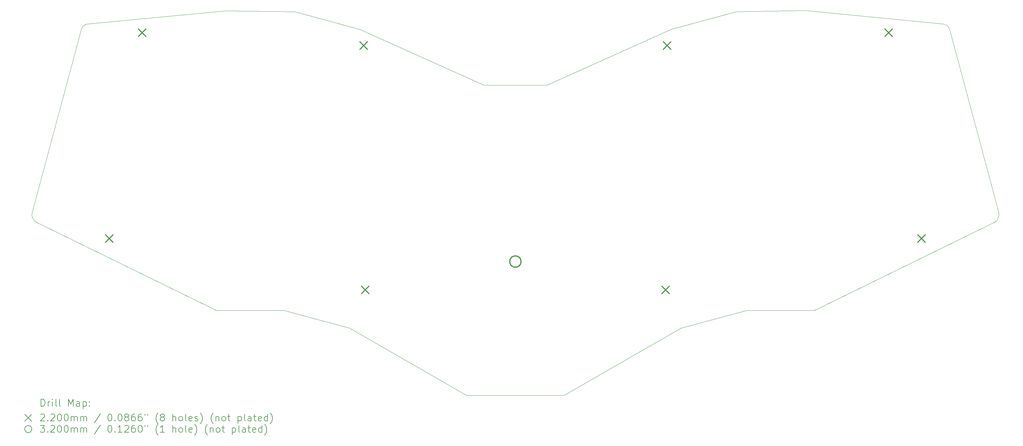
<source format=gbr>
%TF.GenerationSoftware,KiCad,Pcbnew,8.0.4*%
%TF.CreationDate,2024-08-16T14:16:27+09:00*%
%TF.ProjectId,TrueStrike42-bottom-plate,54727565-5374-4726-996b-6534322d626f,rev?*%
%TF.SameCoordinates,Original*%
%TF.FileFunction,Drillmap*%
%TF.FilePolarity,Positive*%
%FSLAX45Y45*%
G04 Gerber Fmt 4.5, Leading zero omitted, Abs format (unit mm)*
G04 Created by KiCad (PCBNEW 8.0.4) date 2024-08-16 14:16:27*
%MOMM*%
%LPD*%
G01*
G04 APERTURE LIST*
%ADD10C,0.050000*%
%ADD11C,0.200000*%
%ADD12C,0.220000*%
%ADD13C,0.320000*%
G04 APERTURE END LIST*
D10*
X6661981Y-4845253D02*
X2752991Y-5220253D01*
X13476982Y-15740253D02*
X16251981Y-15740252D01*
X16251981Y-15740252D02*
X19561980Y-13835252D01*
X26986980Y-5220253D02*
G75*
G02*
X27170583Y-5395484I-24990J-209987D01*
G01*
X2569387Y-5395484D02*
X1181819Y-10567614D01*
X6401981Y-13335253D02*
X8316980Y-13335252D01*
X19276980Y-5370253D02*
X15761979Y-6953000D01*
X21116981Y-4875252D02*
X19276980Y-5370253D01*
X13981982Y-6953000D02*
X10461980Y-5370253D01*
X10461980Y-5370253D02*
X8621980Y-4875253D01*
X1291980Y-10835252D02*
X6401981Y-13335253D01*
X8621980Y-4875253D02*
X6661981Y-4845253D01*
X1291980Y-10835252D02*
G75*
G02*
X1181820Y-10567614I130006J210001D01*
G01*
X23331981Y-13340252D02*
X28446982Y-10835253D01*
X28557142Y-10567613D02*
X27170585Y-5395484D01*
X26986980Y-5220253D02*
X23081981Y-4840253D01*
X2569387Y-5395484D02*
G75*
G02*
X2752991Y-5220253I208600J-34764D01*
G01*
X15761979Y-6953000D02*
X13981982Y-6953000D01*
X19561980Y-13835252D02*
X21421981Y-13340253D01*
X23081981Y-4840253D02*
X21116981Y-4875252D01*
X21421981Y-13340253D02*
X23331981Y-13340252D01*
X10171981Y-13835254D02*
X13476982Y-15740253D01*
X28557142Y-10567613D02*
G75*
G02*
X28446980Y-10835250I-240162J-57637D01*
G01*
X8316980Y-13335252D02*
X10171981Y-13835254D01*
D11*
D12*
X3255106Y-11185251D02*
X3475106Y-11405251D01*
X3475106Y-11185251D02*
X3255106Y-11405251D01*
X4185106Y-5355252D02*
X4405106Y-5575252D01*
X4405106Y-5355252D02*
X4185106Y-5575252D01*
X10455106Y-5715251D02*
X10675106Y-5935251D01*
X10675106Y-5715251D02*
X10455106Y-5935251D01*
X10504106Y-12643251D02*
X10724106Y-12863251D01*
X10724106Y-12643251D02*
X10504106Y-12863251D01*
X19006106Y-12643251D02*
X19226106Y-12863251D01*
X19226106Y-12643251D02*
X19006106Y-12863251D01*
X19055106Y-5715251D02*
X19275106Y-5935251D01*
X19275106Y-5715251D02*
X19055106Y-5935251D01*
X25325106Y-5355251D02*
X25545106Y-5575251D01*
X25545106Y-5355251D02*
X25325106Y-5575251D01*
X26255106Y-11185252D02*
X26475106Y-11405252D01*
X26475106Y-11185252D02*
X26255106Y-11405252D01*
D13*
X15029000Y-11954000D02*
G75*
G02*
X14709000Y-11954000I-160000J0D01*
G01*
X14709000Y-11954000D02*
G75*
G02*
X15029000Y-11954000I160000J0D01*
G01*
D11*
X1433277Y-16054237D02*
X1433277Y-15854237D01*
X1433277Y-15854237D02*
X1480896Y-15854237D01*
X1480896Y-15854237D02*
X1509467Y-15863760D01*
X1509467Y-15863760D02*
X1528515Y-15882808D01*
X1528515Y-15882808D02*
X1538039Y-15901856D01*
X1538039Y-15901856D02*
X1547563Y-15939951D01*
X1547563Y-15939951D02*
X1547563Y-15968522D01*
X1547563Y-15968522D02*
X1538039Y-16006618D01*
X1538039Y-16006618D02*
X1528515Y-16025665D01*
X1528515Y-16025665D02*
X1509467Y-16044713D01*
X1509467Y-16044713D02*
X1480896Y-16054237D01*
X1480896Y-16054237D02*
X1433277Y-16054237D01*
X1633277Y-16054237D02*
X1633277Y-15920903D01*
X1633277Y-15958999D02*
X1642801Y-15939951D01*
X1642801Y-15939951D02*
X1652324Y-15930427D01*
X1652324Y-15930427D02*
X1671372Y-15920903D01*
X1671372Y-15920903D02*
X1690420Y-15920903D01*
X1757086Y-16054237D02*
X1757086Y-15920903D01*
X1757086Y-15854237D02*
X1747563Y-15863760D01*
X1747563Y-15863760D02*
X1757086Y-15873284D01*
X1757086Y-15873284D02*
X1766610Y-15863760D01*
X1766610Y-15863760D02*
X1757086Y-15854237D01*
X1757086Y-15854237D02*
X1757086Y-15873284D01*
X1880896Y-16054237D02*
X1861848Y-16044713D01*
X1861848Y-16044713D02*
X1852324Y-16025665D01*
X1852324Y-16025665D02*
X1852324Y-15854237D01*
X1985658Y-16054237D02*
X1966610Y-16044713D01*
X1966610Y-16044713D02*
X1957086Y-16025665D01*
X1957086Y-16025665D02*
X1957086Y-15854237D01*
X2214229Y-16054237D02*
X2214229Y-15854237D01*
X2214229Y-15854237D02*
X2280896Y-15997094D01*
X2280896Y-15997094D02*
X2347563Y-15854237D01*
X2347563Y-15854237D02*
X2347563Y-16054237D01*
X2528515Y-16054237D02*
X2528515Y-15949475D01*
X2528515Y-15949475D02*
X2518991Y-15930427D01*
X2518991Y-15930427D02*
X2499944Y-15920903D01*
X2499944Y-15920903D02*
X2461848Y-15920903D01*
X2461848Y-15920903D02*
X2442801Y-15930427D01*
X2528515Y-16044713D02*
X2509467Y-16054237D01*
X2509467Y-16054237D02*
X2461848Y-16054237D01*
X2461848Y-16054237D02*
X2442801Y-16044713D01*
X2442801Y-16044713D02*
X2433277Y-16025665D01*
X2433277Y-16025665D02*
X2433277Y-16006618D01*
X2433277Y-16006618D02*
X2442801Y-15987570D01*
X2442801Y-15987570D02*
X2461848Y-15978046D01*
X2461848Y-15978046D02*
X2509467Y-15978046D01*
X2509467Y-15978046D02*
X2528515Y-15968522D01*
X2623753Y-15920903D02*
X2623753Y-16120903D01*
X2623753Y-15930427D02*
X2642801Y-15920903D01*
X2642801Y-15920903D02*
X2680896Y-15920903D01*
X2680896Y-15920903D02*
X2699944Y-15930427D01*
X2699944Y-15930427D02*
X2709467Y-15939951D01*
X2709467Y-15939951D02*
X2718991Y-15958999D01*
X2718991Y-15958999D02*
X2718991Y-16016141D01*
X2718991Y-16016141D02*
X2709467Y-16035189D01*
X2709467Y-16035189D02*
X2699944Y-16044713D01*
X2699944Y-16044713D02*
X2680896Y-16054237D01*
X2680896Y-16054237D02*
X2642801Y-16054237D01*
X2642801Y-16054237D02*
X2623753Y-16044713D01*
X2804705Y-16035189D02*
X2814229Y-16044713D01*
X2814229Y-16044713D02*
X2804705Y-16054237D01*
X2804705Y-16054237D02*
X2795182Y-16044713D01*
X2795182Y-16044713D02*
X2804705Y-16035189D01*
X2804705Y-16035189D02*
X2804705Y-16054237D01*
X2804705Y-15930427D02*
X2814229Y-15939951D01*
X2814229Y-15939951D02*
X2804705Y-15949475D01*
X2804705Y-15949475D02*
X2795182Y-15939951D01*
X2795182Y-15939951D02*
X2804705Y-15930427D01*
X2804705Y-15930427D02*
X2804705Y-15949475D01*
X972500Y-16282753D02*
X1172500Y-16482753D01*
X1172500Y-16282753D02*
X972500Y-16482753D01*
X1423753Y-16293284D02*
X1433277Y-16283760D01*
X1433277Y-16283760D02*
X1452324Y-16274237D01*
X1452324Y-16274237D02*
X1499944Y-16274237D01*
X1499944Y-16274237D02*
X1518991Y-16283760D01*
X1518991Y-16283760D02*
X1528515Y-16293284D01*
X1528515Y-16293284D02*
X1538039Y-16312332D01*
X1538039Y-16312332D02*
X1538039Y-16331379D01*
X1538039Y-16331379D02*
X1528515Y-16359951D01*
X1528515Y-16359951D02*
X1414229Y-16474237D01*
X1414229Y-16474237D02*
X1538039Y-16474237D01*
X1623753Y-16455189D02*
X1633277Y-16464713D01*
X1633277Y-16464713D02*
X1623753Y-16474237D01*
X1623753Y-16474237D02*
X1614229Y-16464713D01*
X1614229Y-16464713D02*
X1623753Y-16455189D01*
X1623753Y-16455189D02*
X1623753Y-16474237D01*
X1709467Y-16293284D02*
X1718991Y-16283760D01*
X1718991Y-16283760D02*
X1738039Y-16274237D01*
X1738039Y-16274237D02*
X1785658Y-16274237D01*
X1785658Y-16274237D02*
X1804705Y-16283760D01*
X1804705Y-16283760D02*
X1814229Y-16293284D01*
X1814229Y-16293284D02*
X1823753Y-16312332D01*
X1823753Y-16312332D02*
X1823753Y-16331379D01*
X1823753Y-16331379D02*
X1814229Y-16359951D01*
X1814229Y-16359951D02*
X1699944Y-16474237D01*
X1699944Y-16474237D02*
X1823753Y-16474237D01*
X1947563Y-16274237D02*
X1966610Y-16274237D01*
X1966610Y-16274237D02*
X1985658Y-16283760D01*
X1985658Y-16283760D02*
X1995182Y-16293284D01*
X1995182Y-16293284D02*
X2004705Y-16312332D01*
X2004705Y-16312332D02*
X2014229Y-16350427D01*
X2014229Y-16350427D02*
X2014229Y-16398046D01*
X2014229Y-16398046D02*
X2004705Y-16436141D01*
X2004705Y-16436141D02*
X1995182Y-16455189D01*
X1995182Y-16455189D02*
X1985658Y-16464713D01*
X1985658Y-16464713D02*
X1966610Y-16474237D01*
X1966610Y-16474237D02*
X1947563Y-16474237D01*
X1947563Y-16474237D02*
X1928515Y-16464713D01*
X1928515Y-16464713D02*
X1918991Y-16455189D01*
X1918991Y-16455189D02*
X1909467Y-16436141D01*
X1909467Y-16436141D02*
X1899944Y-16398046D01*
X1899944Y-16398046D02*
X1899944Y-16350427D01*
X1899944Y-16350427D02*
X1909467Y-16312332D01*
X1909467Y-16312332D02*
X1918991Y-16293284D01*
X1918991Y-16293284D02*
X1928515Y-16283760D01*
X1928515Y-16283760D02*
X1947563Y-16274237D01*
X2138039Y-16274237D02*
X2157087Y-16274237D01*
X2157087Y-16274237D02*
X2176134Y-16283760D01*
X2176134Y-16283760D02*
X2185658Y-16293284D01*
X2185658Y-16293284D02*
X2195182Y-16312332D01*
X2195182Y-16312332D02*
X2204706Y-16350427D01*
X2204706Y-16350427D02*
X2204706Y-16398046D01*
X2204706Y-16398046D02*
X2195182Y-16436141D01*
X2195182Y-16436141D02*
X2185658Y-16455189D01*
X2185658Y-16455189D02*
X2176134Y-16464713D01*
X2176134Y-16464713D02*
X2157087Y-16474237D01*
X2157087Y-16474237D02*
X2138039Y-16474237D01*
X2138039Y-16474237D02*
X2118991Y-16464713D01*
X2118991Y-16464713D02*
X2109467Y-16455189D01*
X2109467Y-16455189D02*
X2099944Y-16436141D01*
X2099944Y-16436141D02*
X2090420Y-16398046D01*
X2090420Y-16398046D02*
X2090420Y-16350427D01*
X2090420Y-16350427D02*
X2099944Y-16312332D01*
X2099944Y-16312332D02*
X2109467Y-16293284D01*
X2109467Y-16293284D02*
X2118991Y-16283760D01*
X2118991Y-16283760D02*
X2138039Y-16274237D01*
X2290420Y-16474237D02*
X2290420Y-16340903D01*
X2290420Y-16359951D02*
X2299944Y-16350427D01*
X2299944Y-16350427D02*
X2318991Y-16340903D01*
X2318991Y-16340903D02*
X2347563Y-16340903D01*
X2347563Y-16340903D02*
X2366610Y-16350427D01*
X2366610Y-16350427D02*
X2376134Y-16369475D01*
X2376134Y-16369475D02*
X2376134Y-16474237D01*
X2376134Y-16369475D02*
X2385658Y-16350427D01*
X2385658Y-16350427D02*
X2404706Y-16340903D01*
X2404706Y-16340903D02*
X2433277Y-16340903D01*
X2433277Y-16340903D02*
X2452325Y-16350427D01*
X2452325Y-16350427D02*
X2461848Y-16369475D01*
X2461848Y-16369475D02*
X2461848Y-16474237D01*
X2557087Y-16474237D02*
X2557087Y-16340903D01*
X2557087Y-16359951D02*
X2566610Y-16350427D01*
X2566610Y-16350427D02*
X2585658Y-16340903D01*
X2585658Y-16340903D02*
X2614229Y-16340903D01*
X2614229Y-16340903D02*
X2633277Y-16350427D01*
X2633277Y-16350427D02*
X2642801Y-16369475D01*
X2642801Y-16369475D02*
X2642801Y-16474237D01*
X2642801Y-16369475D02*
X2652325Y-16350427D01*
X2652325Y-16350427D02*
X2671372Y-16340903D01*
X2671372Y-16340903D02*
X2699944Y-16340903D01*
X2699944Y-16340903D02*
X2718991Y-16350427D01*
X2718991Y-16350427D02*
X2728515Y-16369475D01*
X2728515Y-16369475D02*
X2728515Y-16474237D01*
X3118991Y-16264713D02*
X2947563Y-16521856D01*
X3376134Y-16274237D02*
X3395182Y-16274237D01*
X3395182Y-16274237D02*
X3414229Y-16283760D01*
X3414229Y-16283760D02*
X3423753Y-16293284D01*
X3423753Y-16293284D02*
X3433277Y-16312332D01*
X3433277Y-16312332D02*
X3442801Y-16350427D01*
X3442801Y-16350427D02*
X3442801Y-16398046D01*
X3442801Y-16398046D02*
X3433277Y-16436141D01*
X3433277Y-16436141D02*
X3423753Y-16455189D01*
X3423753Y-16455189D02*
X3414229Y-16464713D01*
X3414229Y-16464713D02*
X3395182Y-16474237D01*
X3395182Y-16474237D02*
X3376134Y-16474237D01*
X3376134Y-16474237D02*
X3357087Y-16464713D01*
X3357087Y-16464713D02*
X3347563Y-16455189D01*
X3347563Y-16455189D02*
X3338039Y-16436141D01*
X3338039Y-16436141D02*
X3328515Y-16398046D01*
X3328515Y-16398046D02*
X3328515Y-16350427D01*
X3328515Y-16350427D02*
X3338039Y-16312332D01*
X3338039Y-16312332D02*
X3347563Y-16293284D01*
X3347563Y-16293284D02*
X3357087Y-16283760D01*
X3357087Y-16283760D02*
X3376134Y-16274237D01*
X3528515Y-16455189D02*
X3538039Y-16464713D01*
X3538039Y-16464713D02*
X3528515Y-16474237D01*
X3528515Y-16474237D02*
X3518991Y-16464713D01*
X3518991Y-16464713D02*
X3528515Y-16455189D01*
X3528515Y-16455189D02*
X3528515Y-16474237D01*
X3661848Y-16274237D02*
X3680896Y-16274237D01*
X3680896Y-16274237D02*
X3699944Y-16283760D01*
X3699944Y-16283760D02*
X3709468Y-16293284D01*
X3709468Y-16293284D02*
X3718991Y-16312332D01*
X3718991Y-16312332D02*
X3728515Y-16350427D01*
X3728515Y-16350427D02*
X3728515Y-16398046D01*
X3728515Y-16398046D02*
X3718991Y-16436141D01*
X3718991Y-16436141D02*
X3709468Y-16455189D01*
X3709468Y-16455189D02*
X3699944Y-16464713D01*
X3699944Y-16464713D02*
X3680896Y-16474237D01*
X3680896Y-16474237D02*
X3661848Y-16474237D01*
X3661848Y-16474237D02*
X3642801Y-16464713D01*
X3642801Y-16464713D02*
X3633277Y-16455189D01*
X3633277Y-16455189D02*
X3623753Y-16436141D01*
X3623753Y-16436141D02*
X3614229Y-16398046D01*
X3614229Y-16398046D02*
X3614229Y-16350427D01*
X3614229Y-16350427D02*
X3623753Y-16312332D01*
X3623753Y-16312332D02*
X3633277Y-16293284D01*
X3633277Y-16293284D02*
X3642801Y-16283760D01*
X3642801Y-16283760D02*
X3661848Y-16274237D01*
X3842801Y-16359951D02*
X3823753Y-16350427D01*
X3823753Y-16350427D02*
X3814229Y-16340903D01*
X3814229Y-16340903D02*
X3804706Y-16321856D01*
X3804706Y-16321856D02*
X3804706Y-16312332D01*
X3804706Y-16312332D02*
X3814229Y-16293284D01*
X3814229Y-16293284D02*
X3823753Y-16283760D01*
X3823753Y-16283760D02*
X3842801Y-16274237D01*
X3842801Y-16274237D02*
X3880896Y-16274237D01*
X3880896Y-16274237D02*
X3899944Y-16283760D01*
X3899944Y-16283760D02*
X3909468Y-16293284D01*
X3909468Y-16293284D02*
X3918991Y-16312332D01*
X3918991Y-16312332D02*
X3918991Y-16321856D01*
X3918991Y-16321856D02*
X3909468Y-16340903D01*
X3909468Y-16340903D02*
X3899944Y-16350427D01*
X3899944Y-16350427D02*
X3880896Y-16359951D01*
X3880896Y-16359951D02*
X3842801Y-16359951D01*
X3842801Y-16359951D02*
X3823753Y-16369475D01*
X3823753Y-16369475D02*
X3814229Y-16378999D01*
X3814229Y-16378999D02*
X3804706Y-16398046D01*
X3804706Y-16398046D02*
X3804706Y-16436141D01*
X3804706Y-16436141D02*
X3814229Y-16455189D01*
X3814229Y-16455189D02*
X3823753Y-16464713D01*
X3823753Y-16464713D02*
X3842801Y-16474237D01*
X3842801Y-16474237D02*
X3880896Y-16474237D01*
X3880896Y-16474237D02*
X3899944Y-16464713D01*
X3899944Y-16464713D02*
X3909468Y-16455189D01*
X3909468Y-16455189D02*
X3918991Y-16436141D01*
X3918991Y-16436141D02*
X3918991Y-16398046D01*
X3918991Y-16398046D02*
X3909468Y-16378999D01*
X3909468Y-16378999D02*
X3899944Y-16369475D01*
X3899944Y-16369475D02*
X3880896Y-16359951D01*
X4090420Y-16274237D02*
X4052325Y-16274237D01*
X4052325Y-16274237D02*
X4033277Y-16283760D01*
X4033277Y-16283760D02*
X4023753Y-16293284D01*
X4023753Y-16293284D02*
X4004706Y-16321856D01*
X4004706Y-16321856D02*
X3995182Y-16359951D01*
X3995182Y-16359951D02*
X3995182Y-16436141D01*
X3995182Y-16436141D02*
X4004706Y-16455189D01*
X4004706Y-16455189D02*
X4014229Y-16464713D01*
X4014229Y-16464713D02*
X4033277Y-16474237D01*
X4033277Y-16474237D02*
X4071372Y-16474237D01*
X4071372Y-16474237D02*
X4090420Y-16464713D01*
X4090420Y-16464713D02*
X4099944Y-16455189D01*
X4099944Y-16455189D02*
X4109468Y-16436141D01*
X4109468Y-16436141D02*
X4109468Y-16388522D01*
X4109468Y-16388522D02*
X4099944Y-16369475D01*
X4099944Y-16369475D02*
X4090420Y-16359951D01*
X4090420Y-16359951D02*
X4071372Y-16350427D01*
X4071372Y-16350427D02*
X4033277Y-16350427D01*
X4033277Y-16350427D02*
X4014229Y-16359951D01*
X4014229Y-16359951D02*
X4004706Y-16369475D01*
X4004706Y-16369475D02*
X3995182Y-16388522D01*
X4280896Y-16274237D02*
X4242801Y-16274237D01*
X4242801Y-16274237D02*
X4223753Y-16283760D01*
X4223753Y-16283760D02*
X4214230Y-16293284D01*
X4214230Y-16293284D02*
X4195182Y-16321856D01*
X4195182Y-16321856D02*
X4185658Y-16359951D01*
X4185658Y-16359951D02*
X4185658Y-16436141D01*
X4185658Y-16436141D02*
X4195182Y-16455189D01*
X4195182Y-16455189D02*
X4204706Y-16464713D01*
X4204706Y-16464713D02*
X4223753Y-16474237D01*
X4223753Y-16474237D02*
X4261849Y-16474237D01*
X4261849Y-16474237D02*
X4280896Y-16464713D01*
X4280896Y-16464713D02*
X4290420Y-16455189D01*
X4290420Y-16455189D02*
X4299944Y-16436141D01*
X4299944Y-16436141D02*
X4299944Y-16388522D01*
X4299944Y-16388522D02*
X4290420Y-16369475D01*
X4290420Y-16369475D02*
X4280896Y-16359951D01*
X4280896Y-16359951D02*
X4261849Y-16350427D01*
X4261849Y-16350427D02*
X4223753Y-16350427D01*
X4223753Y-16350427D02*
X4204706Y-16359951D01*
X4204706Y-16359951D02*
X4195182Y-16369475D01*
X4195182Y-16369475D02*
X4185658Y-16388522D01*
X4376134Y-16274237D02*
X4376134Y-16312332D01*
X4452325Y-16274237D02*
X4452325Y-16312332D01*
X4747563Y-16550427D02*
X4738039Y-16540903D01*
X4738039Y-16540903D02*
X4718992Y-16512332D01*
X4718992Y-16512332D02*
X4709468Y-16493284D01*
X4709468Y-16493284D02*
X4699944Y-16464713D01*
X4699944Y-16464713D02*
X4690420Y-16417094D01*
X4690420Y-16417094D02*
X4690420Y-16378999D01*
X4690420Y-16378999D02*
X4699944Y-16331379D01*
X4699944Y-16331379D02*
X4709468Y-16302808D01*
X4709468Y-16302808D02*
X4718992Y-16283760D01*
X4718992Y-16283760D02*
X4738039Y-16255189D01*
X4738039Y-16255189D02*
X4747563Y-16245665D01*
X4852325Y-16359951D02*
X4833277Y-16350427D01*
X4833277Y-16350427D02*
X4823753Y-16340903D01*
X4823753Y-16340903D02*
X4814230Y-16321856D01*
X4814230Y-16321856D02*
X4814230Y-16312332D01*
X4814230Y-16312332D02*
X4823753Y-16293284D01*
X4823753Y-16293284D02*
X4833277Y-16283760D01*
X4833277Y-16283760D02*
X4852325Y-16274237D01*
X4852325Y-16274237D02*
X4890420Y-16274237D01*
X4890420Y-16274237D02*
X4909468Y-16283760D01*
X4909468Y-16283760D02*
X4918992Y-16293284D01*
X4918992Y-16293284D02*
X4928515Y-16312332D01*
X4928515Y-16312332D02*
X4928515Y-16321856D01*
X4928515Y-16321856D02*
X4918992Y-16340903D01*
X4918992Y-16340903D02*
X4909468Y-16350427D01*
X4909468Y-16350427D02*
X4890420Y-16359951D01*
X4890420Y-16359951D02*
X4852325Y-16359951D01*
X4852325Y-16359951D02*
X4833277Y-16369475D01*
X4833277Y-16369475D02*
X4823753Y-16378999D01*
X4823753Y-16378999D02*
X4814230Y-16398046D01*
X4814230Y-16398046D02*
X4814230Y-16436141D01*
X4814230Y-16436141D02*
X4823753Y-16455189D01*
X4823753Y-16455189D02*
X4833277Y-16464713D01*
X4833277Y-16464713D02*
X4852325Y-16474237D01*
X4852325Y-16474237D02*
X4890420Y-16474237D01*
X4890420Y-16474237D02*
X4909468Y-16464713D01*
X4909468Y-16464713D02*
X4918992Y-16455189D01*
X4918992Y-16455189D02*
X4928515Y-16436141D01*
X4928515Y-16436141D02*
X4928515Y-16398046D01*
X4928515Y-16398046D02*
X4918992Y-16378999D01*
X4918992Y-16378999D02*
X4909468Y-16369475D01*
X4909468Y-16369475D02*
X4890420Y-16359951D01*
X5166611Y-16474237D02*
X5166611Y-16274237D01*
X5252325Y-16474237D02*
X5252325Y-16369475D01*
X5252325Y-16369475D02*
X5242801Y-16350427D01*
X5242801Y-16350427D02*
X5223754Y-16340903D01*
X5223754Y-16340903D02*
X5195182Y-16340903D01*
X5195182Y-16340903D02*
X5176134Y-16350427D01*
X5176134Y-16350427D02*
X5166611Y-16359951D01*
X5376134Y-16474237D02*
X5357087Y-16464713D01*
X5357087Y-16464713D02*
X5347563Y-16455189D01*
X5347563Y-16455189D02*
X5338039Y-16436141D01*
X5338039Y-16436141D02*
X5338039Y-16378999D01*
X5338039Y-16378999D02*
X5347563Y-16359951D01*
X5347563Y-16359951D02*
X5357087Y-16350427D01*
X5357087Y-16350427D02*
X5376134Y-16340903D01*
X5376134Y-16340903D02*
X5404706Y-16340903D01*
X5404706Y-16340903D02*
X5423754Y-16350427D01*
X5423754Y-16350427D02*
X5433277Y-16359951D01*
X5433277Y-16359951D02*
X5442801Y-16378999D01*
X5442801Y-16378999D02*
X5442801Y-16436141D01*
X5442801Y-16436141D02*
X5433277Y-16455189D01*
X5433277Y-16455189D02*
X5423754Y-16464713D01*
X5423754Y-16464713D02*
X5404706Y-16474237D01*
X5404706Y-16474237D02*
X5376134Y-16474237D01*
X5557087Y-16474237D02*
X5538039Y-16464713D01*
X5538039Y-16464713D02*
X5528515Y-16445665D01*
X5528515Y-16445665D02*
X5528515Y-16274237D01*
X5709468Y-16464713D02*
X5690420Y-16474237D01*
X5690420Y-16474237D02*
X5652325Y-16474237D01*
X5652325Y-16474237D02*
X5633277Y-16464713D01*
X5633277Y-16464713D02*
X5623753Y-16445665D01*
X5623753Y-16445665D02*
X5623753Y-16369475D01*
X5623753Y-16369475D02*
X5633277Y-16350427D01*
X5633277Y-16350427D02*
X5652325Y-16340903D01*
X5652325Y-16340903D02*
X5690420Y-16340903D01*
X5690420Y-16340903D02*
X5709468Y-16350427D01*
X5709468Y-16350427D02*
X5718992Y-16369475D01*
X5718992Y-16369475D02*
X5718992Y-16388522D01*
X5718992Y-16388522D02*
X5623753Y-16407570D01*
X5795182Y-16464713D02*
X5814230Y-16474237D01*
X5814230Y-16474237D02*
X5852325Y-16474237D01*
X5852325Y-16474237D02*
X5871373Y-16464713D01*
X5871373Y-16464713D02*
X5880896Y-16445665D01*
X5880896Y-16445665D02*
X5880896Y-16436141D01*
X5880896Y-16436141D02*
X5871373Y-16417094D01*
X5871373Y-16417094D02*
X5852325Y-16407570D01*
X5852325Y-16407570D02*
X5823753Y-16407570D01*
X5823753Y-16407570D02*
X5804706Y-16398046D01*
X5804706Y-16398046D02*
X5795182Y-16378999D01*
X5795182Y-16378999D02*
X5795182Y-16369475D01*
X5795182Y-16369475D02*
X5804706Y-16350427D01*
X5804706Y-16350427D02*
X5823753Y-16340903D01*
X5823753Y-16340903D02*
X5852325Y-16340903D01*
X5852325Y-16340903D02*
X5871373Y-16350427D01*
X5947563Y-16550427D02*
X5957087Y-16540903D01*
X5957087Y-16540903D02*
X5976134Y-16512332D01*
X5976134Y-16512332D02*
X5985658Y-16493284D01*
X5985658Y-16493284D02*
X5995182Y-16464713D01*
X5995182Y-16464713D02*
X6004706Y-16417094D01*
X6004706Y-16417094D02*
X6004706Y-16378999D01*
X6004706Y-16378999D02*
X5995182Y-16331379D01*
X5995182Y-16331379D02*
X5985658Y-16302808D01*
X5985658Y-16302808D02*
X5976134Y-16283760D01*
X5976134Y-16283760D02*
X5957087Y-16255189D01*
X5957087Y-16255189D02*
X5947563Y-16245665D01*
X6309468Y-16550427D02*
X6299944Y-16540903D01*
X6299944Y-16540903D02*
X6280896Y-16512332D01*
X6280896Y-16512332D02*
X6271373Y-16493284D01*
X6271373Y-16493284D02*
X6261849Y-16464713D01*
X6261849Y-16464713D02*
X6252325Y-16417094D01*
X6252325Y-16417094D02*
X6252325Y-16378999D01*
X6252325Y-16378999D02*
X6261849Y-16331379D01*
X6261849Y-16331379D02*
X6271373Y-16302808D01*
X6271373Y-16302808D02*
X6280896Y-16283760D01*
X6280896Y-16283760D02*
X6299944Y-16255189D01*
X6299944Y-16255189D02*
X6309468Y-16245665D01*
X6385658Y-16340903D02*
X6385658Y-16474237D01*
X6385658Y-16359951D02*
X6395182Y-16350427D01*
X6395182Y-16350427D02*
X6414230Y-16340903D01*
X6414230Y-16340903D02*
X6442801Y-16340903D01*
X6442801Y-16340903D02*
X6461849Y-16350427D01*
X6461849Y-16350427D02*
X6471373Y-16369475D01*
X6471373Y-16369475D02*
X6471373Y-16474237D01*
X6595182Y-16474237D02*
X6576134Y-16464713D01*
X6576134Y-16464713D02*
X6566611Y-16455189D01*
X6566611Y-16455189D02*
X6557087Y-16436141D01*
X6557087Y-16436141D02*
X6557087Y-16378999D01*
X6557087Y-16378999D02*
X6566611Y-16359951D01*
X6566611Y-16359951D02*
X6576134Y-16350427D01*
X6576134Y-16350427D02*
X6595182Y-16340903D01*
X6595182Y-16340903D02*
X6623754Y-16340903D01*
X6623754Y-16340903D02*
X6642801Y-16350427D01*
X6642801Y-16350427D02*
X6652325Y-16359951D01*
X6652325Y-16359951D02*
X6661849Y-16378999D01*
X6661849Y-16378999D02*
X6661849Y-16436141D01*
X6661849Y-16436141D02*
X6652325Y-16455189D01*
X6652325Y-16455189D02*
X6642801Y-16464713D01*
X6642801Y-16464713D02*
X6623754Y-16474237D01*
X6623754Y-16474237D02*
X6595182Y-16474237D01*
X6718992Y-16340903D02*
X6795182Y-16340903D01*
X6747563Y-16274237D02*
X6747563Y-16445665D01*
X6747563Y-16445665D02*
X6757087Y-16464713D01*
X6757087Y-16464713D02*
X6776134Y-16474237D01*
X6776134Y-16474237D02*
X6795182Y-16474237D01*
X7014230Y-16340903D02*
X7014230Y-16540903D01*
X7014230Y-16350427D02*
X7033277Y-16340903D01*
X7033277Y-16340903D02*
X7071373Y-16340903D01*
X7071373Y-16340903D02*
X7090420Y-16350427D01*
X7090420Y-16350427D02*
X7099944Y-16359951D01*
X7099944Y-16359951D02*
X7109468Y-16378999D01*
X7109468Y-16378999D02*
X7109468Y-16436141D01*
X7109468Y-16436141D02*
X7099944Y-16455189D01*
X7099944Y-16455189D02*
X7090420Y-16464713D01*
X7090420Y-16464713D02*
X7071373Y-16474237D01*
X7071373Y-16474237D02*
X7033277Y-16474237D01*
X7033277Y-16474237D02*
X7014230Y-16464713D01*
X7223754Y-16474237D02*
X7204706Y-16464713D01*
X7204706Y-16464713D02*
X7195182Y-16445665D01*
X7195182Y-16445665D02*
X7195182Y-16274237D01*
X7385658Y-16474237D02*
X7385658Y-16369475D01*
X7385658Y-16369475D02*
X7376135Y-16350427D01*
X7376135Y-16350427D02*
X7357087Y-16340903D01*
X7357087Y-16340903D02*
X7318992Y-16340903D01*
X7318992Y-16340903D02*
X7299944Y-16350427D01*
X7385658Y-16464713D02*
X7366611Y-16474237D01*
X7366611Y-16474237D02*
X7318992Y-16474237D01*
X7318992Y-16474237D02*
X7299944Y-16464713D01*
X7299944Y-16464713D02*
X7290420Y-16445665D01*
X7290420Y-16445665D02*
X7290420Y-16426618D01*
X7290420Y-16426618D02*
X7299944Y-16407570D01*
X7299944Y-16407570D02*
X7318992Y-16398046D01*
X7318992Y-16398046D02*
X7366611Y-16398046D01*
X7366611Y-16398046D02*
X7385658Y-16388522D01*
X7452325Y-16340903D02*
X7528515Y-16340903D01*
X7480896Y-16274237D02*
X7480896Y-16445665D01*
X7480896Y-16445665D02*
X7490420Y-16464713D01*
X7490420Y-16464713D02*
X7509468Y-16474237D01*
X7509468Y-16474237D02*
X7528515Y-16474237D01*
X7671373Y-16464713D02*
X7652325Y-16474237D01*
X7652325Y-16474237D02*
X7614230Y-16474237D01*
X7614230Y-16474237D02*
X7595182Y-16464713D01*
X7595182Y-16464713D02*
X7585658Y-16445665D01*
X7585658Y-16445665D02*
X7585658Y-16369475D01*
X7585658Y-16369475D02*
X7595182Y-16350427D01*
X7595182Y-16350427D02*
X7614230Y-16340903D01*
X7614230Y-16340903D02*
X7652325Y-16340903D01*
X7652325Y-16340903D02*
X7671373Y-16350427D01*
X7671373Y-16350427D02*
X7680896Y-16369475D01*
X7680896Y-16369475D02*
X7680896Y-16388522D01*
X7680896Y-16388522D02*
X7585658Y-16407570D01*
X7852325Y-16474237D02*
X7852325Y-16274237D01*
X7852325Y-16464713D02*
X7833277Y-16474237D01*
X7833277Y-16474237D02*
X7795182Y-16474237D01*
X7795182Y-16474237D02*
X7776135Y-16464713D01*
X7776135Y-16464713D02*
X7766611Y-16455189D01*
X7766611Y-16455189D02*
X7757087Y-16436141D01*
X7757087Y-16436141D02*
X7757087Y-16378999D01*
X7757087Y-16378999D02*
X7766611Y-16359951D01*
X7766611Y-16359951D02*
X7776135Y-16350427D01*
X7776135Y-16350427D02*
X7795182Y-16340903D01*
X7795182Y-16340903D02*
X7833277Y-16340903D01*
X7833277Y-16340903D02*
X7852325Y-16350427D01*
X7928516Y-16550427D02*
X7938039Y-16540903D01*
X7938039Y-16540903D02*
X7957087Y-16512332D01*
X7957087Y-16512332D02*
X7966611Y-16493284D01*
X7966611Y-16493284D02*
X7976135Y-16464713D01*
X7976135Y-16464713D02*
X7985658Y-16417094D01*
X7985658Y-16417094D02*
X7985658Y-16378999D01*
X7985658Y-16378999D02*
X7976135Y-16331379D01*
X7976135Y-16331379D02*
X7966611Y-16302808D01*
X7966611Y-16302808D02*
X7957087Y-16283760D01*
X7957087Y-16283760D02*
X7938039Y-16255189D01*
X7938039Y-16255189D02*
X7928516Y-16245665D01*
X1172500Y-16702753D02*
G75*
G02*
X972500Y-16702753I-100000J0D01*
G01*
X972500Y-16702753D02*
G75*
G02*
X1172500Y-16702753I100000J0D01*
G01*
X1414229Y-16594237D02*
X1538039Y-16594237D01*
X1538039Y-16594237D02*
X1471372Y-16670427D01*
X1471372Y-16670427D02*
X1499944Y-16670427D01*
X1499944Y-16670427D02*
X1518991Y-16679951D01*
X1518991Y-16679951D02*
X1528515Y-16689475D01*
X1528515Y-16689475D02*
X1538039Y-16708522D01*
X1538039Y-16708522D02*
X1538039Y-16756141D01*
X1538039Y-16756141D02*
X1528515Y-16775189D01*
X1528515Y-16775189D02*
X1518991Y-16784713D01*
X1518991Y-16784713D02*
X1499944Y-16794237D01*
X1499944Y-16794237D02*
X1442801Y-16794237D01*
X1442801Y-16794237D02*
X1423753Y-16784713D01*
X1423753Y-16784713D02*
X1414229Y-16775189D01*
X1623753Y-16775189D02*
X1633277Y-16784713D01*
X1633277Y-16784713D02*
X1623753Y-16794237D01*
X1623753Y-16794237D02*
X1614229Y-16784713D01*
X1614229Y-16784713D02*
X1623753Y-16775189D01*
X1623753Y-16775189D02*
X1623753Y-16794237D01*
X1709467Y-16613284D02*
X1718991Y-16603760D01*
X1718991Y-16603760D02*
X1738039Y-16594237D01*
X1738039Y-16594237D02*
X1785658Y-16594237D01*
X1785658Y-16594237D02*
X1804705Y-16603760D01*
X1804705Y-16603760D02*
X1814229Y-16613284D01*
X1814229Y-16613284D02*
X1823753Y-16632332D01*
X1823753Y-16632332D02*
X1823753Y-16651379D01*
X1823753Y-16651379D02*
X1814229Y-16679951D01*
X1814229Y-16679951D02*
X1699944Y-16794237D01*
X1699944Y-16794237D02*
X1823753Y-16794237D01*
X1947563Y-16594237D02*
X1966610Y-16594237D01*
X1966610Y-16594237D02*
X1985658Y-16603760D01*
X1985658Y-16603760D02*
X1995182Y-16613284D01*
X1995182Y-16613284D02*
X2004705Y-16632332D01*
X2004705Y-16632332D02*
X2014229Y-16670427D01*
X2014229Y-16670427D02*
X2014229Y-16718046D01*
X2014229Y-16718046D02*
X2004705Y-16756141D01*
X2004705Y-16756141D02*
X1995182Y-16775189D01*
X1995182Y-16775189D02*
X1985658Y-16784713D01*
X1985658Y-16784713D02*
X1966610Y-16794237D01*
X1966610Y-16794237D02*
X1947563Y-16794237D01*
X1947563Y-16794237D02*
X1928515Y-16784713D01*
X1928515Y-16784713D02*
X1918991Y-16775189D01*
X1918991Y-16775189D02*
X1909467Y-16756141D01*
X1909467Y-16756141D02*
X1899944Y-16718046D01*
X1899944Y-16718046D02*
X1899944Y-16670427D01*
X1899944Y-16670427D02*
X1909467Y-16632332D01*
X1909467Y-16632332D02*
X1918991Y-16613284D01*
X1918991Y-16613284D02*
X1928515Y-16603760D01*
X1928515Y-16603760D02*
X1947563Y-16594237D01*
X2138039Y-16594237D02*
X2157087Y-16594237D01*
X2157087Y-16594237D02*
X2176134Y-16603760D01*
X2176134Y-16603760D02*
X2185658Y-16613284D01*
X2185658Y-16613284D02*
X2195182Y-16632332D01*
X2195182Y-16632332D02*
X2204706Y-16670427D01*
X2204706Y-16670427D02*
X2204706Y-16718046D01*
X2204706Y-16718046D02*
X2195182Y-16756141D01*
X2195182Y-16756141D02*
X2185658Y-16775189D01*
X2185658Y-16775189D02*
X2176134Y-16784713D01*
X2176134Y-16784713D02*
X2157087Y-16794237D01*
X2157087Y-16794237D02*
X2138039Y-16794237D01*
X2138039Y-16794237D02*
X2118991Y-16784713D01*
X2118991Y-16784713D02*
X2109467Y-16775189D01*
X2109467Y-16775189D02*
X2099944Y-16756141D01*
X2099944Y-16756141D02*
X2090420Y-16718046D01*
X2090420Y-16718046D02*
X2090420Y-16670427D01*
X2090420Y-16670427D02*
X2099944Y-16632332D01*
X2099944Y-16632332D02*
X2109467Y-16613284D01*
X2109467Y-16613284D02*
X2118991Y-16603760D01*
X2118991Y-16603760D02*
X2138039Y-16594237D01*
X2290420Y-16794237D02*
X2290420Y-16660903D01*
X2290420Y-16679951D02*
X2299944Y-16670427D01*
X2299944Y-16670427D02*
X2318991Y-16660903D01*
X2318991Y-16660903D02*
X2347563Y-16660903D01*
X2347563Y-16660903D02*
X2366610Y-16670427D01*
X2366610Y-16670427D02*
X2376134Y-16689475D01*
X2376134Y-16689475D02*
X2376134Y-16794237D01*
X2376134Y-16689475D02*
X2385658Y-16670427D01*
X2385658Y-16670427D02*
X2404706Y-16660903D01*
X2404706Y-16660903D02*
X2433277Y-16660903D01*
X2433277Y-16660903D02*
X2452325Y-16670427D01*
X2452325Y-16670427D02*
X2461848Y-16689475D01*
X2461848Y-16689475D02*
X2461848Y-16794237D01*
X2557087Y-16794237D02*
X2557087Y-16660903D01*
X2557087Y-16679951D02*
X2566610Y-16670427D01*
X2566610Y-16670427D02*
X2585658Y-16660903D01*
X2585658Y-16660903D02*
X2614229Y-16660903D01*
X2614229Y-16660903D02*
X2633277Y-16670427D01*
X2633277Y-16670427D02*
X2642801Y-16689475D01*
X2642801Y-16689475D02*
X2642801Y-16794237D01*
X2642801Y-16689475D02*
X2652325Y-16670427D01*
X2652325Y-16670427D02*
X2671372Y-16660903D01*
X2671372Y-16660903D02*
X2699944Y-16660903D01*
X2699944Y-16660903D02*
X2718991Y-16670427D01*
X2718991Y-16670427D02*
X2728515Y-16689475D01*
X2728515Y-16689475D02*
X2728515Y-16794237D01*
X3118991Y-16584713D02*
X2947563Y-16841856D01*
X3376134Y-16594237D02*
X3395182Y-16594237D01*
X3395182Y-16594237D02*
X3414229Y-16603760D01*
X3414229Y-16603760D02*
X3423753Y-16613284D01*
X3423753Y-16613284D02*
X3433277Y-16632332D01*
X3433277Y-16632332D02*
X3442801Y-16670427D01*
X3442801Y-16670427D02*
X3442801Y-16718046D01*
X3442801Y-16718046D02*
X3433277Y-16756141D01*
X3433277Y-16756141D02*
X3423753Y-16775189D01*
X3423753Y-16775189D02*
X3414229Y-16784713D01*
X3414229Y-16784713D02*
X3395182Y-16794237D01*
X3395182Y-16794237D02*
X3376134Y-16794237D01*
X3376134Y-16794237D02*
X3357087Y-16784713D01*
X3357087Y-16784713D02*
X3347563Y-16775189D01*
X3347563Y-16775189D02*
X3338039Y-16756141D01*
X3338039Y-16756141D02*
X3328515Y-16718046D01*
X3328515Y-16718046D02*
X3328515Y-16670427D01*
X3328515Y-16670427D02*
X3338039Y-16632332D01*
X3338039Y-16632332D02*
X3347563Y-16613284D01*
X3347563Y-16613284D02*
X3357087Y-16603760D01*
X3357087Y-16603760D02*
X3376134Y-16594237D01*
X3528515Y-16775189D02*
X3538039Y-16784713D01*
X3538039Y-16784713D02*
X3528515Y-16794237D01*
X3528515Y-16794237D02*
X3518991Y-16784713D01*
X3518991Y-16784713D02*
X3528515Y-16775189D01*
X3528515Y-16775189D02*
X3528515Y-16794237D01*
X3728515Y-16794237D02*
X3614229Y-16794237D01*
X3671372Y-16794237D02*
X3671372Y-16594237D01*
X3671372Y-16594237D02*
X3652325Y-16622808D01*
X3652325Y-16622808D02*
X3633277Y-16641856D01*
X3633277Y-16641856D02*
X3614229Y-16651379D01*
X3804706Y-16613284D02*
X3814229Y-16603760D01*
X3814229Y-16603760D02*
X3833277Y-16594237D01*
X3833277Y-16594237D02*
X3880896Y-16594237D01*
X3880896Y-16594237D02*
X3899944Y-16603760D01*
X3899944Y-16603760D02*
X3909468Y-16613284D01*
X3909468Y-16613284D02*
X3918991Y-16632332D01*
X3918991Y-16632332D02*
X3918991Y-16651379D01*
X3918991Y-16651379D02*
X3909468Y-16679951D01*
X3909468Y-16679951D02*
X3795182Y-16794237D01*
X3795182Y-16794237D02*
X3918991Y-16794237D01*
X4090420Y-16594237D02*
X4052325Y-16594237D01*
X4052325Y-16594237D02*
X4033277Y-16603760D01*
X4033277Y-16603760D02*
X4023753Y-16613284D01*
X4023753Y-16613284D02*
X4004706Y-16641856D01*
X4004706Y-16641856D02*
X3995182Y-16679951D01*
X3995182Y-16679951D02*
X3995182Y-16756141D01*
X3995182Y-16756141D02*
X4004706Y-16775189D01*
X4004706Y-16775189D02*
X4014229Y-16784713D01*
X4014229Y-16784713D02*
X4033277Y-16794237D01*
X4033277Y-16794237D02*
X4071372Y-16794237D01*
X4071372Y-16794237D02*
X4090420Y-16784713D01*
X4090420Y-16784713D02*
X4099944Y-16775189D01*
X4099944Y-16775189D02*
X4109468Y-16756141D01*
X4109468Y-16756141D02*
X4109468Y-16708522D01*
X4109468Y-16708522D02*
X4099944Y-16689475D01*
X4099944Y-16689475D02*
X4090420Y-16679951D01*
X4090420Y-16679951D02*
X4071372Y-16670427D01*
X4071372Y-16670427D02*
X4033277Y-16670427D01*
X4033277Y-16670427D02*
X4014229Y-16679951D01*
X4014229Y-16679951D02*
X4004706Y-16689475D01*
X4004706Y-16689475D02*
X3995182Y-16708522D01*
X4233277Y-16594237D02*
X4252325Y-16594237D01*
X4252325Y-16594237D02*
X4271372Y-16603760D01*
X4271372Y-16603760D02*
X4280896Y-16613284D01*
X4280896Y-16613284D02*
X4290420Y-16632332D01*
X4290420Y-16632332D02*
X4299944Y-16670427D01*
X4299944Y-16670427D02*
X4299944Y-16718046D01*
X4299944Y-16718046D02*
X4290420Y-16756141D01*
X4290420Y-16756141D02*
X4280896Y-16775189D01*
X4280896Y-16775189D02*
X4271372Y-16784713D01*
X4271372Y-16784713D02*
X4252325Y-16794237D01*
X4252325Y-16794237D02*
X4233277Y-16794237D01*
X4233277Y-16794237D02*
X4214230Y-16784713D01*
X4214230Y-16784713D02*
X4204706Y-16775189D01*
X4204706Y-16775189D02*
X4195182Y-16756141D01*
X4195182Y-16756141D02*
X4185658Y-16718046D01*
X4185658Y-16718046D02*
X4185658Y-16670427D01*
X4185658Y-16670427D02*
X4195182Y-16632332D01*
X4195182Y-16632332D02*
X4204706Y-16613284D01*
X4204706Y-16613284D02*
X4214230Y-16603760D01*
X4214230Y-16603760D02*
X4233277Y-16594237D01*
X4376134Y-16594237D02*
X4376134Y-16632332D01*
X4452325Y-16594237D02*
X4452325Y-16632332D01*
X4747563Y-16870427D02*
X4738039Y-16860903D01*
X4738039Y-16860903D02*
X4718992Y-16832332D01*
X4718992Y-16832332D02*
X4709468Y-16813284D01*
X4709468Y-16813284D02*
X4699944Y-16784713D01*
X4699944Y-16784713D02*
X4690420Y-16737094D01*
X4690420Y-16737094D02*
X4690420Y-16698999D01*
X4690420Y-16698999D02*
X4699944Y-16651379D01*
X4699944Y-16651379D02*
X4709468Y-16622808D01*
X4709468Y-16622808D02*
X4718992Y-16603760D01*
X4718992Y-16603760D02*
X4738039Y-16575189D01*
X4738039Y-16575189D02*
X4747563Y-16565665D01*
X4928515Y-16794237D02*
X4814230Y-16794237D01*
X4871372Y-16794237D02*
X4871372Y-16594237D01*
X4871372Y-16594237D02*
X4852325Y-16622808D01*
X4852325Y-16622808D02*
X4833277Y-16641856D01*
X4833277Y-16641856D02*
X4814230Y-16651379D01*
X5166611Y-16794237D02*
X5166611Y-16594237D01*
X5252325Y-16794237D02*
X5252325Y-16689475D01*
X5252325Y-16689475D02*
X5242801Y-16670427D01*
X5242801Y-16670427D02*
X5223754Y-16660903D01*
X5223754Y-16660903D02*
X5195182Y-16660903D01*
X5195182Y-16660903D02*
X5176134Y-16670427D01*
X5176134Y-16670427D02*
X5166611Y-16679951D01*
X5376134Y-16794237D02*
X5357087Y-16784713D01*
X5357087Y-16784713D02*
X5347563Y-16775189D01*
X5347563Y-16775189D02*
X5338039Y-16756141D01*
X5338039Y-16756141D02*
X5338039Y-16698999D01*
X5338039Y-16698999D02*
X5347563Y-16679951D01*
X5347563Y-16679951D02*
X5357087Y-16670427D01*
X5357087Y-16670427D02*
X5376134Y-16660903D01*
X5376134Y-16660903D02*
X5404706Y-16660903D01*
X5404706Y-16660903D02*
X5423754Y-16670427D01*
X5423754Y-16670427D02*
X5433277Y-16679951D01*
X5433277Y-16679951D02*
X5442801Y-16698999D01*
X5442801Y-16698999D02*
X5442801Y-16756141D01*
X5442801Y-16756141D02*
X5433277Y-16775189D01*
X5433277Y-16775189D02*
X5423754Y-16784713D01*
X5423754Y-16784713D02*
X5404706Y-16794237D01*
X5404706Y-16794237D02*
X5376134Y-16794237D01*
X5557087Y-16794237D02*
X5538039Y-16784713D01*
X5538039Y-16784713D02*
X5528515Y-16765665D01*
X5528515Y-16765665D02*
X5528515Y-16594237D01*
X5709468Y-16784713D02*
X5690420Y-16794237D01*
X5690420Y-16794237D02*
X5652325Y-16794237D01*
X5652325Y-16794237D02*
X5633277Y-16784713D01*
X5633277Y-16784713D02*
X5623753Y-16765665D01*
X5623753Y-16765665D02*
X5623753Y-16689475D01*
X5623753Y-16689475D02*
X5633277Y-16670427D01*
X5633277Y-16670427D02*
X5652325Y-16660903D01*
X5652325Y-16660903D02*
X5690420Y-16660903D01*
X5690420Y-16660903D02*
X5709468Y-16670427D01*
X5709468Y-16670427D02*
X5718992Y-16689475D01*
X5718992Y-16689475D02*
X5718992Y-16708522D01*
X5718992Y-16708522D02*
X5623753Y-16727570D01*
X5785658Y-16870427D02*
X5795182Y-16860903D01*
X5795182Y-16860903D02*
X5814230Y-16832332D01*
X5814230Y-16832332D02*
X5823753Y-16813284D01*
X5823753Y-16813284D02*
X5833277Y-16784713D01*
X5833277Y-16784713D02*
X5842801Y-16737094D01*
X5842801Y-16737094D02*
X5842801Y-16698999D01*
X5842801Y-16698999D02*
X5833277Y-16651379D01*
X5833277Y-16651379D02*
X5823753Y-16622808D01*
X5823753Y-16622808D02*
X5814230Y-16603760D01*
X5814230Y-16603760D02*
X5795182Y-16575189D01*
X5795182Y-16575189D02*
X5785658Y-16565665D01*
X6147563Y-16870427D02*
X6138039Y-16860903D01*
X6138039Y-16860903D02*
X6118992Y-16832332D01*
X6118992Y-16832332D02*
X6109468Y-16813284D01*
X6109468Y-16813284D02*
X6099944Y-16784713D01*
X6099944Y-16784713D02*
X6090420Y-16737094D01*
X6090420Y-16737094D02*
X6090420Y-16698999D01*
X6090420Y-16698999D02*
X6099944Y-16651379D01*
X6099944Y-16651379D02*
X6109468Y-16622808D01*
X6109468Y-16622808D02*
X6118992Y-16603760D01*
X6118992Y-16603760D02*
X6138039Y-16575189D01*
X6138039Y-16575189D02*
X6147563Y-16565665D01*
X6223753Y-16660903D02*
X6223753Y-16794237D01*
X6223753Y-16679951D02*
X6233277Y-16670427D01*
X6233277Y-16670427D02*
X6252325Y-16660903D01*
X6252325Y-16660903D02*
X6280896Y-16660903D01*
X6280896Y-16660903D02*
X6299944Y-16670427D01*
X6299944Y-16670427D02*
X6309468Y-16689475D01*
X6309468Y-16689475D02*
X6309468Y-16794237D01*
X6433277Y-16794237D02*
X6414230Y-16784713D01*
X6414230Y-16784713D02*
X6404706Y-16775189D01*
X6404706Y-16775189D02*
X6395182Y-16756141D01*
X6395182Y-16756141D02*
X6395182Y-16698999D01*
X6395182Y-16698999D02*
X6404706Y-16679951D01*
X6404706Y-16679951D02*
X6414230Y-16670427D01*
X6414230Y-16670427D02*
X6433277Y-16660903D01*
X6433277Y-16660903D02*
X6461849Y-16660903D01*
X6461849Y-16660903D02*
X6480896Y-16670427D01*
X6480896Y-16670427D02*
X6490420Y-16679951D01*
X6490420Y-16679951D02*
X6499944Y-16698999D01*
X6499944Y-16698999D02*
X6499944Y-16756141D01*
X6499944Y-16756141D02*
X6490420Y-16775189D01*
X6490420Y-16775189D02*
X6480896Y-16784713D01*
X6480896Y-16784713D02*
X6461849Y-16794237D01*
X6461849Y-16794237D02*
X6433277Y-16794237D01*
X6557087Y-16660903D02*
X6633277Y-16660903D01*
X6585658Y-16594237D02*
X6585658Y-16765665D01*
X6585658Y-16765665D02*
X6595182Y-16784713D01*
X6595182Y-16784713D02*
X6614230Y-16794237D01*
X6614230Y-16794237D02*
X6633277Y-16794237D01*
X6852325Y-16660903D02*
X6852325Y-16860903D01*
X6852325Y-16670427D02*
X6871373Y-16660903D01*
X6871373Y-16660903D02*
X6909468Y-16660903D01*
X6909468Y-16660903D02*
X6928515Y-16670427D01*
X6928515Y-16670427D02*
X6938039Y-16679951D01*
X6938039Y-16679951D02*
X6947563Y-16698999D01*
X6947563Y-16698999D02*
X6947563Y-16756141D01*
X6947563Y-16756141D02*
X6938039Y-16775189D01*
X6938039Y-16775189D02*
X6928515Y-16784713D01*
X6928515Y-16784713D02*
X6909468Y-16794237D01*
X6909468Y-16794237D02*
X6871373Y-16794237D01*
X6871373Y-16794237D02*
X6852325Y-16784713D01*
X7061849Y-16794237D02*
X7042801Y-16784713D01*
X7042801Y-16784713D02*
X7033277Y-16765665D01*
X7033277Y-16765665D02*
X7033277Y-16594237D01*
X7223754Y-16794237D02*
X7223754Y-16689475D01*
X7223754Y-16689475D02*
X7214230Y-16670427D01*
X7214230Y-16670427D02*
X7195182Y-16660903D01*
X7195182Y-16660903D02*
X7157087Y-16660903D01*
X7157087Y-16660903D02*
X7138039Y-16670427D01*
X7223754Y-16784713D02*
X7204706Y-16794237D01*
X7204706Y-16794237D02*
X7157087Y-16794237D01*
X7157087Y-16794237D02*
X7138039Y-16784713D01*
X7138039Y-16784713D02*
X7128515Y-16765665D01*
X7128515Y-16765665D02*
X7128515Y-16746618D01*
X7128515Y-16746618D02*
X7138039Y-16727570D01*
X7138039Y-16727570D02*
X7157087Y-16718046D01*
X7157087Y-16718046D02*
X7204706Y-16718046D01*
X7204706Y-16718046D02*
X7223754Y-16708522D01*
X7290420Y-16660903D02*
X7366611Y-16660903D01*
X7318992Y-16594237D02*
X7318992Y-16765665D01*
X7318992Y-16765665D02*
X7328515Y-16784713D01*
X7328515Y-16784713D02*
X7347563Y-16794237D01*
X7347563Y-16794237D02*
X7366611Y-16794237D01*
X7509468Y-16784713D02*
X7490420Y-16794237D01*
X7490420Y-16794237D02*
X7452325Y-16794237D01*
X7452325Y-16794237D02*
X7433277Y-16784713D01*
X7433277Y-16784713D02*
X7423754Y-16765665D01*
X7423754Y-16765665D02*
X7423754Y-16689475D01*
X7423754Y-16689475D02*
X7433277Y-16670427D01*
X7433277Y-16670427D02*
X7452325Y-16660903D01*
X7452325Y-16660903D02*
X7490420Y-16660903D01*
X7490420Y-16660903D02*
X7509468Y-16670427D01*
X7509468Y-16670427D02*
X7518992Y-16689475D01*
X7518992Y-16689475D02*
X7518992Y-16708522D01*
X7518992Y-16708522D02*
X7423754Y-16727570D01*
X7690420Y-16794237D02*
X7690420Y-16594237D01*
X7690420Y-16784713D02*
X7671373Y-16794237D01*
X7671373Y-16794237D02*
X7633277Y-16794237D01*
X7633277Y-16794237D02*
X7614230Y-16784713D01*
X7614230Y-16784713D02*
X7604706Y-16775189D01*
X7604706Y-16775189D02*
X7595182Y-16756141D01*
X7595182Y-16756141D02*
X7595182Y-16698999D01*
X7595182Y-16698999D02*
X7604706Y-16679951D01*
X7604706Y-16679951D02*
X7614230Y-16670427D01*
X7614230Y-16670427D02*
X7633277Y-16660903D01*
X7633277Y-16660903D02*
X7671373Y-16660903D01*
X7671373Y-16660903D02*
X7690420Y-16670427D01*
X7766611Y-16870427D02*
X7776135Y-16860903D01*
X7776135Y-16860903D02*
X7795182Y-16832332D01*
X7795182Y-16832332D02*
X7804706Y-16813284D01*
X7804706Y-16813284D02*
X7814230Y-16784713D01*
X7814230Y-16784713D02*
X7823754Y-16737094D01*
X7823754Y-16737094D02*
X7823754Y-16698999D01*
X7823754Y-16698999D02*
X7814230Y-16651379D01*
X7814230Y-16651379D02*
X7804706Y-16622808D01*
X7804706Y-16622808D02*
X7795182Y-16603760D01*
X7795182Y-16603760D02*
X7776135Y-16575189D01*
X7776135Y-16575189D02*
X7766611Y-16565665D01*
M02*

</source>
